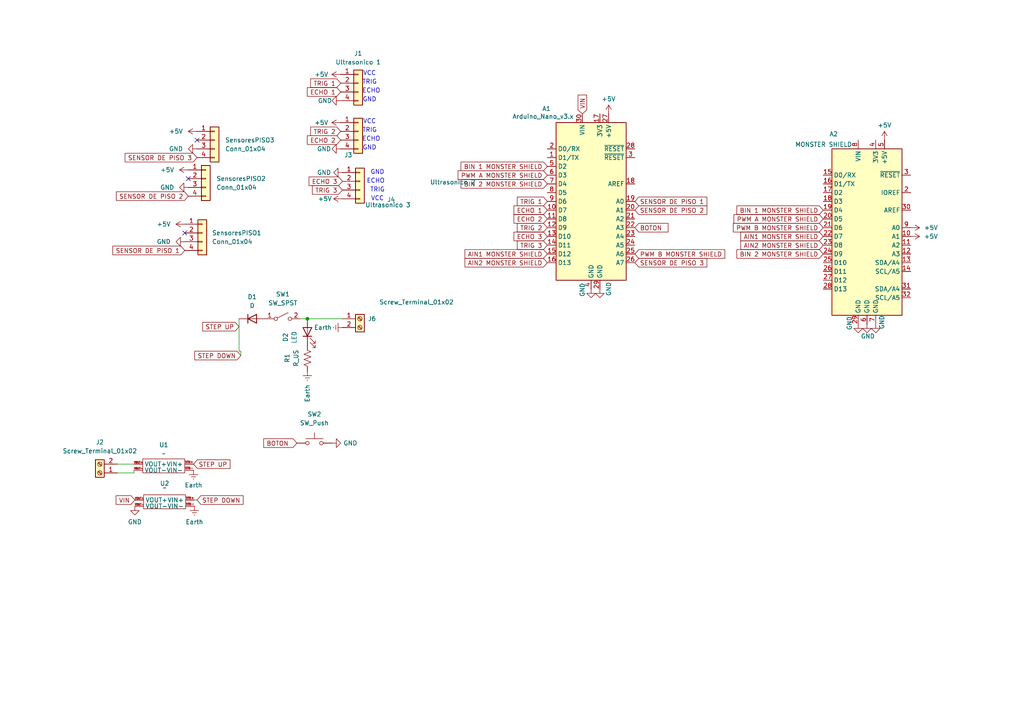
<source format=kicad_sch>
(kicad_sch (version 20231120) (generator "eeschema") (generator_version "8.0")
  (paper "A4")
  (lib_symbols
    (symbol "Conn_01x04_1" (pin_names (offset 1.016) hide)
      (property "Reference" "J" (at 0 5.08 0))
      (property "Value" "Conn_01x04" (at 0 -7.62 0))
      (symbol "Conn_01x04_1_1_1"
        (rectangle (start -1.27 -4.953) (end 0 -5.207) (stroke (width 0.1524)))
        (rectangle (start -1.27 -2.413) (end 0 -2.667) (stroke (width 0.1524)))
        (rectangle (start -1.27 0.127) (end 0 -0.127) (stroke (width 0.1524)))
        (rectangle (start -1.27 2.667) (end 0 2.413) (stroke (width 0.1524)))
        (rectangle (start -1.27 3.81) (end 1.27 -6.35) (stroke (width 0.254)) (fill (type background)))
        (pin passive line (at -5.08 2.54 0) (length 3.81) (name "Pin_1") (number "1"))
        (pin passive line (at -5.08 0 0) (length 3.81) (name "Pin_2") (number "2"))
        (pin passive line (at -5.08 -2.54 0) (length 3.81) (name "Pin_3") (number "3"))
        (pin passive line (at -5.08 -5.08 0) (length 3.81) (name "Pin_4") (number "4"))
      )
    )
    (symbol "Connector:Screw_Terminal_01x02" (pin_names (offset 1.016) hide)
      (property "Reference" "J" (at 0 2.54 0))
      (property "Value" "Screw_Terminal_01x02" (at 0 -5.08 0))
      (symbol "Screw_Terminal_01x02_1_1"
        (rectangle (start -1.27 1.27) (end 1.27 -3.81) (stroke (width 0.254)) (fill (type background)))
        (circle (center 0 -2.54) (radius 0.635) (stroke (width 0.1524)))
        (polyline (pts (xy -0.5334 -2.2098) (xy 0.3302 -3.048)) (stroke (width 0.1524)))
        (polyline (pts (xy -0.5334 0.3302) (xy 0.3302 -0.508)) (stroke (width 0.1524)))
        (polyline (pts (xy -0.3556 -2.032) (xy 0.508 -2.8702)) (stroke (width 0.1524)))
        (polyline (pts (xy -0.3556 0.508) (xy 0.508 -0.3302)) (stroke (width 0.1524)))
        (circle (center 0 0) (radius 0.635) (stroke (width 0.1524)))
        (pin passive line (at -5.08 0 0) (length 3.81) (name "Pin_1") (number "1"))
        (pin passive line (at -5.08 -2.54 0) (length 3.81) (name "Pin_2") (number "2"))
      )
    )
    (symbol "Connector_Generic:Conn_01x04" (pin_names (offset 1.016) hide)
      (property "Reference" "J1" (at -1.016 5.08 0))
      (property "Value" "Ultrasonico" (at -5.842 -7.62 0))
      (symbol "Conn_01x04_1_1"
        (rectangle (start -1.27 -4.953) (end 0 -5.207) (stroke (width 0.1524)))
        (rectangle (start -1.27 -2.413) (end 0 -2.667) (stroke (width 0.1524)))
        (rectangle (start -1.27 0.127) (end 0 -0.127) (stroke (width 0.1524)))
        (rectangle (start -1.27 2.667) (end 0 2.413) (stroke (width 0.1524)))
        (rectangle (start -1.27 3.81) (end 1.27 -6.35) (stroke (width 0.254)) (fill (type background)))
        (pin passive line (at -5.08 2.54 0) (length 3.81) (name "Pin_1") (number "1"))
        (pin passive line (at -5.08 0 0) (length 3.81) (name "Pin_2") (number "2"))
        (pin passive line (at -5.08 -2.54 0) (length 3.81) (name "Pin_3") (number "3"))
        (pin passive line (at -5.08 -5.08 0) (length 3.81) (name "Pin_4") (number "4"))
      )
    )
    (symbol "Device:D" (pin_numbers hide) (pin_names (offset 1.016) hide)
      (property "Reference" "D" (at 0 2.54 0))
      (property "Value" "D" (at 0 -2.54 0))
      (symbol "D_0_1"
        (polyline (pts (xy -1.27 1.27) (xy -1.27 -1.27)) (stroke (width 0.254)))
        (polyline (pts (xy 1.27 0) (xy -1.27 0)))
        (polyline (pts (xy 1.27 1.27) (xy 1.27 -1.27) (xy -1.27 0) (xy 1.27 1.27)) (stroke (width 0.254)))
      )
      (symbol "D_1_1"
        (pin passive line (at -3.81 0 0) (length 2.54) (name "K") (number "1"))
        (pin passive line (at 3.81 0 180) (length 2.54) (name "A") (number "2"))
      )
    )
    (symbol "Device:LED" (pin_numbers hide) (pin_names (offset 1.016) hide)
      (property "Reference" "D" (at 0 2.54 0))
      (property "Value" "LED" (at 0 -2.54 0))
      (symbol "LED_0_1"
        (polyline (pts (xy -1.27 -1.27) (xy -1.27 1.27)) (stroke (width 0.254)))
        (polyline (pts (xy -1.27 0) (xy 1.27 0)))
        (polyline (pts (xy 1.27 -1.27) (xy 1.27 1.27) (xy -1.27 0) (xy 1.27 -1.27)) (stroke (width 0.254)))
        (polyline (pts (xy -3.048 -0.762) (xy -4.572 -2.286) (xy -3.81 -2.286) (xy -4.572 -2.286) (xy -4.572 -1.524)))
        (polyline (pts (xy -1.778 -0.762) (xy -3.302 -2.286) (xy -2.54 -2.286) (xy -3.302 -2.286) (xy -3.302 -1.524)))
      )
      (symbol "LED_1_1"
        (pin passive line (at -3.81 0 0) (length 2.54) (name "K") (number "1"))
        (pin passive line (at 3.81 0 180) (length 2.54) (name "A") (number "2"))
      )
    )
    (symbol "Device:R_US" (pin_numbers hide) (pin_names (offset 0))
      (property "Reference" "R" (at 2.54 0 90))
      (property "Value" "R_US" (at -2.54 0 90))
      (symbol "R_US_0_1"
        (polyline (pts (xy 0 -2.286) (xy 0 -2.54)))
        (polyline (pts (xy 0 2.286) (xy 0 2.54)))
        (polyline (pts (xy 0 -0.762) (xy 1.016 -1.143) (xy 0 -1.524) (xy -1.016 -1.905) (xy 0 -2.286)))
        (polyline (pts (xy 0 0.762) (xy 1.016 0.381) (xy 0 0) (xy -1.016 -0.381) (xy 0 -0.762)))
        (polyline (pts (xy 0 2.286) (xy 1.016 1.905) (xy 0 1.524) (xy -1.016 1.143) (xy 0 0.762)))
      )
      (symbol "R_US_1_1"
        (pin passive line (at 0 3.81 270) (length 1.27) (name "~") (number "1"))
        (pin passive line (at 0 -3.81 90) (length 1.27) (name "~") (number "2"))
      )
    )
    (symbol "MCU_Module:Arduino_Nano_v3.x"
      (property "Reference" "A" (at -10.16 23.495 0))
      (property "Value" "Arduino_Nano_v3.x" (at 5.08 -24.13 0))
      (symbol "Arduino_Nano_v3.x_0_1"
        (rectangle (start -10.16 22.86) (end 10.16 -22.86) (stroke (width 0.254)) (fill (type background)))
      )
      (symbol "Arduino_Nano_v3.x_1_1"
        (pin bidirectional line (at -12.7 12.7 0) (length 2.54) (name "D1/TX") (number "1"))
        (pin bidirectional line (at -12.7 -2.54 0) (length 2.54) (name "D7") (number "10"))
        (pin bidirectional line (at -12.7 -5.08 0) (length 2.54) (name "D8") (number "11"))
        (pin bidirectional line (at -12.7 -7.62 0) (length 2.54) (name "D9") (number "12"))
        (pin bidirectional line (at -12.7 -10.16 0) (length 2.54) (name "D10") (number "13"))
        (pin bidirectional line (at -12.7 -12.7 0) (length 2.54) (name "D11") (number "14"))
        (pin bidirectional line (at -12.7 -15.24 0) (length 2.54) (name "D12") (number "15"))
        (pin bidirectional line (at -12.7 -17.78 0) (length 2.54) (name "D13") (number "16"))
        (pin power_out line (at 2.54 25.4 270) (length 2.54) (name "3V3") (number "17"))
        (pin input line (at 12.7 5.08 180) (length 2.54) (name "AREF") (number "18"))
        (pin bidirectional line (at 12.7 0 180) (length 2.54) (name "A0") (number "19"))
        (pin bidirectional line (at -12.7 15.24 0) (length 2.54) (name "D0/RX") (number "2"))
        (pin bidirectional line (at 12.7 -2.54 180) (length 2.54) (name "A1") (number "20"))
        (pin bidirectional line (at 12.7 -5.08 180) (length 2.54) (name "A2") (number "21"))
        (pin bidirectional line (at 12.7 -7.62 180) (length 2.54) (name "A3") (number "22"))
        (pin bidirectional line (at 12.7 -10.16 180) (length 2.54) (name "A4") (number "23"))
        (pin bidirectional line (at 12.7 -12.7 180) (length 2.54) (name "A5") (number "24"))
        (pin bidirectional line (at 12.7 -15.24 180) (length 2.54) (name "A6") (number "25"))
        (pin bidirectional line (at 12.7 -17.78 180) (length 2.54) (name "A7") (number "26"))
        (pin power_out line (at 5.08 25.4 270) (length 2.54) (name "+5V") (number "27"))
        (pin input line (at 12.7 15.24 180) (length 2.54) (name "~{RESET}") (number "28"))
        (pin power_in line (at 2.54 -25.4 90) (length 2.54) (name "GND") (number "29"))
        (pin input line (at 12.7 12.7 180) (length 2.54) (name "~{RESET}") (number "3"))
        (pin power_in line (at -2.54 25.4 270) (length 2.54) (name "VIN") (number "30"))
        (pin power_in line (at 0 -25.4 90) (length 2.54) (name "GND") (number "4"))
        (pin bidirectional line (at -12.7 10.16 0) (length 2.54) (name "D2") (number "5"))
        (pin bidirectional line (at -12.7 7.62 0) (length 2.54) (name "D3") (number "6"))
        (pin bidirectional line (at -12.7 5.08 0) (length 2.54) (name "D4") (number "7"))
        (pin bidirectional line (at -12.7 2.54 0) (length 2.54) (name "D5") (number "8"))
        (pin bidirectional line (at -12.7 0 0) (length 2.54) (name "D6") (number "9"))
      )
    )
    (symbol "MCU_Module:Arduino_UNO_R3"
      (property "Reference" "A" (at -10.16 23.495 0))
      (property "Value" "Arduino_UNO_R3" (at 5.08 -26.67 0))
      (symbol "Arduino_UNO_R3_0_1"
        (rectangle (start -10.16 22.86) (end 10.16 -25.4) (stroke (width 0.254)) (fill (type background)))
      )
      (symbol "Arduino_UNO_R3_1_1"
        (pin no_connect line (at -10.16 -20.32 0) (length 2.54) hide (name "NC") (number "1"))
        (pin bidirectional line (at 12.7 -2.54 180) (length 2.54) (name "A1") (number "10"))
        (pin bidirectional line (at 12.7 -5.08 180) (length 2.54) (name "A2") (number "11"))
        (pin bidirectional line (at 12.7 -7.62 180) (length 2.54) (name "A3") (number "12"))
        (pin bidirectional line (at 12.7 -10.16 180) (length 2.54) (name "SDA/A4") (number "13"))
        (pin bidirectional line (at 12.7 -12.7 180) (length 2.54) (name "SCL/A5") (number "14"))
        (pin bidirectional line (at -12.7 15.24 0) (length 2.54) (name "D0/RX") (number "15"))
        (pin bidirectional line (at -12.7 12.7 0) (length 2.54) (name "D1/TX") (number "16"))
        (pin bidirectional line (at -12.7 10.16 0) (length 2.54) (name "D2") (number "17"))
        (pin bidirectional line (at -12.7 7.62 0) (length 2.54) (name "D3") (number "18"))
        (pin bidirectional line (at -12.7 5.08 0) (length 2.54) (name "D4") (number "19"))
        (pin output line (at 12.7 10.16 180) (length 2.54) (name "IOREF") (number "2"))
        (pin bidirectional line (at -12.7 2.54 0) (length 2.54) (name "D5") (number "20"))
        (pin bidirectional line (at -12.7 0 0) (length 2.54) (name "D6") (number "21"))
        (pin bidirectional line (at -12.7 -2.54 0) (length 2.54) (name "D7") (number "22"))
        (pin bidirectional line (at -12.7 -5.08 0) (length 2.54) (name "D8") (number "23"))
        (pin bidirectional line (at -12.7 -7.62 0) (length 2.54) (name "D9") (number "24"))
        (pin bidirectional line (at -12.7 -10.16 0) (length 2.54) (name "D10") (number "25"))
        (pin bidirectional line (at -12.7 -12.7 0) (length 2.54) (name "D11") (number "26"))
        (pin bidirectional line (at -12.7 -15.24 0) (length 2.54) (name "D12") (number "27"))
        (pin bidirectional line (at -12.7 -17.78 0) (length 2.54) (name "D13") (number "28"))
        (pin power_in line (at -2.54 -27.94 90) (length 2.54) (name "GND") (number "29"))
        (pin input line (at 12.7 15.24 180) (length 2.54) (name "~{RESET}") (number "3"))
        (pin input line (at 12.7 5.08 180) (length 2.54) (name "AREF") (number "30"))
        (pin bidirectional line (at 12.7 -17.78 180) (length 2.54) (name "SDA/A4") (number "31"))
        (pin bidirectional line (at 12.7 -20.32 180) (length 2.54) (name "SCL/A5") (number "32"))
        (pin power_out line (at 2.54 25.4 270) (length 2.54) (name "3V3") (number "4"))
        (pin power_out line (at 5.08 25.4 270) (length 2.54) (name "+5V") (number "5"))
        (pin power_in line (at 0 -27.94 90) (length 2.54) (name "GND") (number "6"))
        (pin power_in line (at 2.54 -27.94 90) (length 2.54) (name "GND") (number "7"))
        (pin power_in line (at -2.54 25.4 270) (length 2.54) (name "VIN") (number "8"))
        (pin bidirectional line (at 12.7 0 180) (length 2.54) (name "A0") (number "9"))
      )
    )
    (symbol "Mt3608:LM2596"
      (property "Reference" "U" (at 0 3.81 0))
      (symbol "LM2596_0_1"
        (rectangle (start -6.096 2.794) (end 6.096 -1.27))
      )
      (symbol "LM2596_1_1"
        (pin input line (at 8.636 1.27 180) (length 2.54) (name "VIN+") (number "VIN+"))
        (pin input line (at 8.636 -0.508 180) (length 2.54) (name "VIN-") (number "VIN-"))
        (pin input line (at -8.636 1.27 0) (length 2.54) (name "VOUT+") (number "VOUT+"))
        (pin input line (at -8.636 -0.508 0) (length 2.54) (name "VOUT-") (number "VOUT-"))
      )
    )
    (symbol "Mt3608:mt3608"
      (property "Reference" "U" (at 0 0 0))
      (symbol "mt3608_0_1"
        (rectangle (start -5.08 -1.016) (end 7.112 -5.08))
      )
      (symbol "mt3608_1_1"
        (pin input line (at 9.652 -2.54 180) (length 2.54) (name "VIN+") (number "VIN+"))
        (pin input line (at 9.652 -4.318 180) (length 2.54) (name "VIN-") (number "VIN-"))
        (pin input line (at -7.62 -2.54 0) (length 2.54) (name "VOUT+") (number "VOUT+"))
        (pin input line (at -7.62 -4.318 0) (length 2.54) (name "VOUT-") (number "VOUT-"))
      )
    )
    (symbol "Switch:SW_Push" (pin_numbers hide) (pin_names (offset 1.016) hide)
      (property "Reference" "SW" (at 1.27 2.54 0))
      (property "Value" "SW_Push" (at 0 -1.524 0))
      (symbol "SW_Push_0_1"
        (circle (center -2.032 0) (radius 0.508))
        (polyline (pts (xy 0 1.27) (xy 0 3.048)))
        (polyline (pts (xy 2.54 1.27) (xy -2.54 1.27)))
        (circle (center 2.032 0) (radius 0.508))
        (pin passive line (at -5.08 0 0) (length 2.54) (name "1") (number "1"))
        (pin passive line (at 5.08 0 180) (length 2.54) (name "2") (number "2"))
      )
    )
    (symbol "Switch:SW_SPST" (pin_names (offset 0) hide)
      (property "Reference" "SW" (at 0 3.175 0))
      (property "Value" "SW_SPST" (at 0 -2.54 0))
      (symbol "SW_SPST_0_0"
        (circle (center -2.032 0) (radius 0.508))
        (polyline (pts (xy -1.524 0.254) (xy 1.524 1.778)))
        (circle (center 2.032 0) (radius 0.508))
      )
      (symbol "SW_SPST_1_1"
        (pin passive line (at -5.08 0 0) (length 2.54) (name "A") (number "1"))
        (pin passive line (at 5.08 0 180) (length 2.54) (name "B") (number "2"))
      )
    )
    (symbol "power:+5V" (power) (pin_numbers hide) (pin_names (offset 0) hide)
      (property "Value" "+5V" (at 0 3.556 0))
      (symbol "+5V_0_1"
        (polyline (pts (xy -0.762 1.27) (xy 0 2.54)))
        (polyline (pts (xy 0 0) (xy 0 2.54)))
        (polyline (pts (xy 0 2.54) (xy 0.762 1.27)))
      )
      (symbol "+5V_1_1"
        (pin power_in line (at 0 0 90) (length 0) (name "~") (number "1"))
      )
    )
    (symbol "power:Earth" (power) (pin_numbers hide) (pin_names (offset 0) hide)
      (property "Value" "Earth" (at 0 -3.81 0))
      (symbol "Earth_0_1"
        (polyline (pts (xy -0.635 -1.905) (xy 0.635 -1.905)))
        (polyline (pts (xy -0.127 -2.54) (xy 0.127 -2.54)))
        (polyline (pts (xy 0 -1.27) (xy 0 0)))
        (polyline (pts (xy 1.27 -1.27) (xy -1.27 -1.27)))
      )
      (symbol "Earth_1_1"
        (pin power_in line (at 0 0 270) (length 0) (name "~") (number "1"))
      )
    )
    (symbol "power:GND" (power) (pin_numbers hide) (pin_names (offset 0) hide)
      (property "Value" "GND" (at 0 -3.81 0))
      (symbol "GND_0_1"
        (polyline (pts (xy 0 0) (xy 0 -1.27) (xy 1.27 -1.27) (xy 0 -2.54) (xy -1.27 -1.27) (xy 0 -1.27)))
      )
      (symbol "GND_1_1"
        (pin power_in line (at 0 0 270) (length 0) (name "~") (number "1"))
      )
    )
  )
  (junction (at 89.154 92.456))
  (no_connect (at 54.61 51.816))
  (no_connect (at 53.594 67.564))
  (no_connect (at 57.15 40.64))
  (wire (pts (xy 38.862 136.398) (xy 38.862 137.16)))
  (wire (pts (xy 69.342 101.854) (xy 69.342 92.456)))
  (wire (pts (xy 57.15 145.034) (xy 56.388 145.034)))
  (wire (pts (xy 38.862 137.16) (xy 34.036 137.16)))
  (wire (pts (xy 69.85 101.854) (xy 69.85 103.124)))
  (wire (pts (xy 89.154 92.456) (xy 99.314 92.456)))
  (wire (pts (xy 34.036 134.62) (xy 38.862 134.62)))
  (wire (pts (xy 69.85 101.854) (xy 69.342 101.854)))
  (wire (pts (xy 87.122 92.456) (xy 89.154 92.456)))
  (text "ECHO" (at 108.966 52.578 0) (effects (font (size 1.27 1.27))))
  (text "TRIG" (at 107.188 23.876 0) (effects (font (size 1.27 1.27))))
  (text "GND" (at 109.474 50.038 0) (effects (font (size 1.27 1.27))))
  (text "VCC\n" (at 107.188 21.336 0) (effects (font (size 1.27 1.27))))
  (text "VCC\n" (at 109.474 57.658 0) (effects (font (size 1.27 1.27))))
  (text "TRIG" (at 107.188 37.846 0) (effects (font (size 1.27 1.27))))
  (text "ECHO" (at 107.696 40.386 0) (effects (font (size 1.27 1.27))))
  (text "TRIG" (at 109.474 55.118 0) (effects (font (size 1.27 1.27))))
  (text "ECHO" (at 107.696 26.416 0) (effects (font (size 1.27 1.27))))
  (text "GND" (at 107.188 28.956 0) (effects (font (size 1.27 1.27))))
  (text "VCC\n" (at 107.188 35.306 0) (effects (font (size 1.27 1.27))))
  (text "GND" (at 107.188 42.926 0) (effects (font (size 1.27 1.27))))
  (global_label "TRIG 3" (shape input) (at 99.314 55.118 180) (property "Intersheetrefs" "${INTERSHEET_REFS}" (effects (hide yes))))
  (global_label "SENSOR DE PISO 3" (shape input) (at 57.15 45.72 180) (property "Intersheetrefs" "${INTERSHEET_REFS}" (effects (hide yes))))
  (global_label "TRIG 3" (shape input) (at 158.75 71.12 180) (property "Intersheetrefs" "${INTERSHEET_REFS}" (effects (hide yes))))
  (global_label "TRIG 1" (shape input) (at 158.75 58.42 180) (property "Intersheetrefs" "${INTERSHEET_REFS}" (effects (hide yes))))
  (global_label "BIN 1 MONSTER SHIELD" (shape input) (at 238.76 60.96 180) (property "Intersheetrefs" "${INTERSHEET_REFS}" (effects (hide yes))))
  (global_label "BIN 2 MONSTER SHIELD" (shape input) (at 158.75 53.34 180) (property "Intersheetrefs" "${INTERSHEET_REFS}" (effects (hide yes))))
  (global_label "ECHO 2" (shape input) (at 158.75 63.5 180) (property "Intersheetrefs" "${INTERSHEET_REFS}" (effects (hide yes))))
  (global_label "SENSOR DE PISO 2" (shape input) (at 184.15 60.96 0) (property "Intersheetrefs" "${INTERSHEET_REFS}" (effects (hide yes))))
  (global_label "VIN" (shape input) (at 168.91 33.02 90) (property "Intersheetrefs" "${INTERSHEET_REFS}" (effects (hide yes))))
  (global_label "STEP DOWN" (shape input) (at 69.85 103.124 180) (property "Intersheetrefs" "${INTERSHEET_REFS}" (effects (hide yes))))
  (global_label "SENSOR DE PISO 1" (shape input) (at 53.594 72.644 180) (property "Intersheetrefs" "${INTERSHEET_REFS}" (effects (hide yes))))
  (global_label "VIN" (shape input) (at 39.116 145.034 180) (property "Intersheetrefs" "${INTERSHEET_REFS}" (effects (hide yes))))
  (global_label "PWM A MONSTER SHIELD" (shape input) (at 238.76 63.5 180) (property "Intersheetrefs" "${INTERSHEET_REFS}" (effects (hide yes))))
  (global_label "BOTON " (shape input) (at 86.106 128.524 180) (property "Intersheetrefs" "${INTERSHEET_REFS}" (effects (hide yes))))
  (global_label "ECHO 3" (shape input) (at 99.314 52.578 180) (property "Intersheetrefs" "${INTERSHEET_REFS}" (effects (hide yes))))
  (global_label "SENSOR DE PISO 2" (shape input) (at 54.61 56.896 180) (property "Intersheetrefs" "${INTERSHEET_REFS}" (effects (hide yes))))
  (global_label "ECHO 1" (shape input) (at 158.75 60.96 180) (property "Intersheetrefs" "${INTERSHEET_REFS}" (effects (hide yes))))
  (global_label "AIN1 MONSTER SHIELD" (shape input) (at 158.75 73.66 180) (property "Intersheetrefs" "${INTERSHEET_REFS}" (effects (hide yes))))
  (global_label "ECHO 2" (shape input) (at 98.806 40.64 180) (property "Intersheetrefs" "${INTERSHEET_REFS}" (effects (hide yes))))
  (global_label "STEP UP" (shape input) (at 69.342 94.742 180) (property "Intersheetrefs" "${INTERSHEET_REFS}" (effects (hide yes))))
  (global_label "TRIG 2" (shape input) (at 158.75 66.04 180) (property "Intersheetrefs" "${INTERSHEET_REFS}" (effects (hide yes))))
  (global_label "ECHO 1" (shape input) (at 98.806 26.67 180) (property "Intersheetrefs" "${INTERSHEET_REFS}" (effects (hide yes))))
  (global_label "PWM B MONSTER SHIELD" (shape input) (at 238.76 66.04 180) (property "Intersheetrefs" "${INTERSHEET_REFS}" (effects (hide yes))))
  (global_label "TRIG 2" (shape input) (at 98.806 38.1 180) (property "Intersheetrefs" "${INTERSHEET_REFS}" (effects (hide yes))))
  (global_label "AIN1 MONSTER SHIELD" (shape input) (at 238.76 68.58 180) (property "Intersheetrefs" "${INTERSHEET_REFS}" (effects (hide yes))))
  (global_label "TRIG 1" (shape input) (at 98.806 24.13 180) (property "Intersheetrefs" "${INTERSHEET_REFS}" (effects (hide yes))))
  (global_label "BOTON " (shape input) (at 184.15 66.04 0) (property "Intersheetrefs" "${INTERSHEET_REFS}" (effects (hide yes))))
  (global_label "PWM B MONSTER SHIELD" (shape input) (at 184.15 73.66 0) (property "Intersheetrefs" "${INTERSHEET_REFS}" (effects (hide yes))))
  (global_label "STEP DOWN" (shape input) (at 57.15 145.034 0) (property "Intersheetrefs" "${INTERSHEET_REFS}" (effects (hide yes))))
  (global_label "STEP UP" (shape input) (at 56.134 134.62 0) (property "Intersheetrefs" "${INTERSHEET_REFS}" (effects (hide yes))))
  (global_label "SENSOR DE PISO 1" (shape input) (at 184.15 58.42 0) (property "Intersheetrefs" "${INTERSHEET_REFS}" (effects (hide yes))))
  (global_label "BIN 1 MONSTER SHIELD" (shape input) (at 158.75 48.26 180) (property "Intersheetrefs" "${INTERSHEET_REFS}" (effects (hide yes))))
  (global_label "PWM A MONSTER SHIELD" (shape input) (at 158.75 50.8 180) (property "Intersheetrefs" "${INTERSHEET_REFS}" (effects (hide yes))))
  (global_label "AIN2 MONSTER SHIELD" (shape input) (at 158.75 76.2 180) (property "Intersheetrefs" "${INTERSHEET_REFS}" (effects (hide yes))))
  (global_label "SENSOR DE PISO 3" (shape input) (at 184.15 76.2 0) (property "Intersheetrefs" "${INTERSHEET_REFS}" (effects (hide yes))))
  (global_label "AIN2 MONSTER SHIELD" (shape input) (at 238.76 71.12 180) (property "Intersheetrefs" "${INTERSHEET_REFS}" (effects (hide yes))))
  (global_label "BIN 2 MONSTER SHIELD" (shape input) (at 238.76 73.66 180) (property "Intersheetrefs" "${INTERSHEET_REFS}" (effects (hide yes))))
  (global_label "ECHO 3" (shape input) (at 158.75 68.58 180) (property "Intersheetrefs" "${INTERSHEET_REFS}" (effects (hide yes))))
  (symbol (lib_id "Connector_Generic:Conn_01x04") (at 103.886 24.13 0) (unit 1)
    (property "Reference" "J1" (at 103.886 15.494 0))
    (property "Value" "Ultrasonico 1" (at 103.886 18.034 0))
    (property "Footprint" "Connector_PinHeader_2.54mm:PinHeader_1x04_P2.54mm_Vertical" (effects (hide yes)))
    (property "Description" "Generic connector, single row, 01x04, script generated (kicad-library-utils/schlib/autogen/connector/)" (effects (hide yes)))
  )
  (symbol (lib_id "power:Earth") (at 99.314 94.996 270) (unit 1)
    (property "Reference" "#PWR02" (effects (hide yes)))
    (property "Value" "Earth" (at 96.266 94.996 90) (effects (justify right)))
    (property "Description" "Power symbol creates a global label with name \"Earth\"" (effects (hide yes)))
  )
  (symbol (lib_id "power:+5V") (at 176.53 33.02 0) (unit 1)
    (property "Reference" "#PWR05" (effects (hide yes)))
    (property "Value" "+5V" (at 176.53 28.702 0))
    (property "Description" "Power symbol creates a global label with name \"+5V\"" (effects (hide yes)))
  )
  (symbol (lib_id "power:GND") (at 54.61 54.356 270) (unit 1)
    (property "Reference" "#PWR028" (effects (hide yes)))
    (property "Value" "GND" (at 50.546 54.3559 90) (effects (justify right)))
    (property "Description" "Power symbol creates a global label with name \"GND\" , ground" (effects (hide yes)))
  )
  (symbol (lib_id "power:+5V") (at 264.16 66.04 270) (unit 1)
    (property "Reference" "#PWR019" (effects (hide yes)))
    (property "Value" "+5V" (at 267.97 66.0399 90) (effects (justify left)))
    (property "Description" "Power symbol creates a global label with name \"+5V\"" (effects (hide yes)))
  )
  (symbol (lib_id "power:Earth") (at 89.154 107.696 0) (unit 1)
    (property "Reference" "#PWR01" (effects (hide yes)))
    (property "Value" "Earth" (at 89.154 111.506 90) (effects (justify right)))
    (property "Description" "Power symbol creates a global label with name \"Earth\"" (effects (hide yes)))
  )
  (symbol (lib_id "power:GND") (at 98.806 43.18 270) (unit 1)
    (property "Reference" "#PWR013" (effects (hide yes)))
    (property "Value" "GND" (at 93.98 43.18 90))
    (property "Description" "Power symbol creates a global label with name \"GND\" , ground" (effects (hide yes)))
  )
  (symbol (lib_id "power:GND") (at 53.594 70.104 270) (unit 1)
    (property "Reference" "#PWR030" (effects (hide yes)))
    (property "Value" "GND" (at 49.53 70.1039 90) (effects (justify right)))
    (property "Description" "Power symbol creates a global label with name \"GND\" , ground" (effects (hide yes)))
  )
  (symbol (lib_id "power:GND") (at 248.92 93.98 0) (unit 1)
    (property "Reference" "#PWR07" (effects (hide yes)))
    (property "Value" "GND" (at 246.38 93.726 90))
    (property "Description" "Power symbol creates a global label with name \"GND\" , ground" (effects (hide yes)))
  )
  (symbol (lib_id "power:GND") (at 57.15 43.18 270) (unit 1)
    (property "Reference" "#PWR017" (effects (hide yes)))
    (property "Value" "GND" (at 53.086 43.1799 90) (effects (justify right)))
    (property "Description" "Power symbol creates a global label with name \"GND\" , ground" (effects (hide yes)))
  )
  (symbol (lib_id "power:+5V") (at 98.806 21.59 90) (unit 1)
    (property "Reference" "#PWR016" (effects (hide yes)))
    (property "Value" "+5V" (at 95.25 21.5899 90) (effects (justify left)))
    (property "Description" "Power symbol creates a global label with name \"+5V\"" (effects (hide yes)))
  )
  (symbol (lib_id "Device:LED") (at 89.154 96.266 90) (unit 1)
    (property "Reference" "D2" (at 82.804 97.8535 0))
    (property "Value" "LED" (at 85.344 97.8535 0))
    (property "Footprint" "Connector_PinHeader_2.54mm:PinHeader_1x02_P2.54mm_Vertical" (effects (hide yes)))
    (property "Description" "Light emitting diode" (effects (hide yes)))
  )
  (symbol (lib_id "power:+5V") (at 98.806 35.56 90) (unit 1)
    (property "Reference" "#PWR015" (effects (hide yes)))
    (property "Value" "+5V" (at 95.25 35.5599 90) (effects (justify left)))
    (property "Description" "Power symbol creates a global label with name \"+5V\"" (effects (hide yes)))
  )
  (symbol (lib_id "Device:R_US") (at 89.154 103.886 180) (unit 1)
    (property "Reference" "R1" (at 83.312 103.886 90))
    (property "Value" "R_US" (at 85.852 103.886 90))
    (property "Footprint" "Resistor_THT:R_Axial_DIN0207_L6.3mm_D2.5mm_P10.16mm_Horizontal" (effects (hide yes)))
    (property "Description" "Resistor, US symbol" (effects (hide yes)))
  )
  (symbol (lib_id "Mt3608:LM2596") (at 47.752 146.304 0) (unit 1)
    (property "Reference" "U2" (at 47.752 140.208 0))
    (property "Value" "~" (at 47.752 141.478 0))
    (property "Footprint" "Step Down:Step Down" (effects (hide yes)))
  )
  (symbol (lib_id "Connector_Generic:Conn_01x04") (at 103.886 38.1 0) (unit 1)
    (property "Reference" "J3" (at 99.822 44.958 0) (effects (justify left)))
    (property "Value" "Ultrasonico 2" (at 124.714 52.832 0) (effects (justify left)))
    (property "Footprint" "Connector_PinHeader_2.54mm:PinHeader_1x04_P2.54mm_Vertical" (effects (hide yes)))
    (property "Description" "Generic connector, single row, 01x04, script generated (kicad-library-utils/schlib/autogen/connector/)" (effects (hide yes)))
  )
  (symbol (lib_id "power:+5V") (at 99.314 57.658 90) (mirror x) (unit 1)
    (property "Reference" "#PWR010" (effects (hide yes)))
    (property "Value" "+5V" (at 96.266 57.658 90) (effects (justify left)))
    (property "Description" "Power symbol creates a global label with name \"+5V\"" (effects (hide yes)))
  )
  (symbol (lib_id "power:GND") (at 98.806 29.21 270) (unit 1)
    (property "Reference" "#PWR014" (effects (hide yes)))
    (property "Value" "GND" (at 94.234 29.21 90))
    (property "Description" "Power symbol creates a global label with name \"GND\" , ground" (effects (hide yes)))
  )
  (symbol (lib_id "power:GND") (at 99.314 50.038 270) (mirror x) (unit 1)
    (property "Reference" "#PWR012" (effects (hide yes)))
    (property "Value" "GND" (at 93.98 50.038 90))
    (property "Description" "Power symbol creates a global label with name \"GND\" , ground" (effects (hide yes)))
  )
  (symbol (lib_id "power:GND") (at 39.116 146.812 0) (unit 1)
    (property "Reference" "#PWR021" (effects (hide yes)))
    (property "Value" "GND" (at 39.116 151.384 0))
    (property "Description" "Power symbol creates a global label with name \"GND\" , ground" (effects (hide yes)))
  )
  (symbol (lib_name "Conn_01x04_1") (lib_id "Connector_Generic:Conn_01x04") (at 62.23 40.64 0) (unit 1)
    (property "Reference" "SensoresPISO3" (at 65.278 40.6399 0) (effects (justify left)))
    (property "Value" "Conn_01x04" (at 65.278 43.1799 0) (effects (justify left)))
    (property "Footprint" "Connector_PinSocket_2.54mm:PinSocket_1x04_P2.54mm_Vertical" (effects (hide yes)))
    (property "Description" "Generic connector, single row, 01x04, script generated (kicad-library-utils/schlib/autogen/connector/)" (effects (hide yes)))
  )
  (symbol (lib_id "Mt3608:mt3608") (at 46.482 132.08 0) (unit 1)
    (property "Reference" "U1" (at 47.498 129.032 0))
    (property "Value" "~" (at 47.498 131.572 0))
  )
  (symbol (lib_id "Switch:SW_Push") (at 91.186 128.524 0) (unit 1)
    (property "Reference" "SW2" (at 91.186 120.142 0))
    (property "Value" "SW_Push" (at 91.186 122.682 0))
    (property "Footprint" "Connector_PinHeader_2.54mm:PinHeader_1x02_P2.54mm_Vertical" (effects (hide yes)))
    (property "Description" "Push button switch, generic, two pins" (effects (hide yes)))
  )
  (symbol (lib_id "Switch:SW_SPST") (at 82.042 92.456 0) (unit 1)
    (property "Reference" "SW1" (at 82.042 85.344 0))
    (property "Value" "SW_SPST" (at 82.042 87.884 0))
    (property "Footprint" "Connector_PinHeader_2.54mm:PinHeader_1x02_P2.54mm_Vertical" (effects (hide yes)))
    (property "Description" "Single Pole Single Throw (SPST) switch" (effects (hide yes)))
  )
  (symbol (lib_id "power:GND") (at 251.46 93.98 0) (unit 1)
    (property "Reference" "#PWR08" (effects (hide yes)))
    (property "Value" "GND" (at 251.714 97.536 0))
    (property "Description" "Power symbol creates a global label with name \"GND\" , ground" (effects (hide yes)))
  )
  (symbol (lib_id "Device:D") (at 73.152 92.456 0) (unit 1)
    (property "Reference" "D1" (at 73.152 86.106 0))
    (property "Value" "D" (at 73.152 88.646 0))
    (property "Description" "Diode" (effects (hide yes)))
    (property "Sim.Device" "D" (effects (hide yes)))
    (property "Sim.Pins" "1=K 2=A" (effects (hide yes)))
  )
  (symbol (lib_id "Connector:Screw_Terminal_01x02") (at 104.394 92.456 0) (unit 1)
    (property "Reference" "J6" (at 106.68 92.4559 0) (effects (justify left)))
    (property "Value" "Screw_Terminal_01x02" (at 109.982 87.6299 0) (effects (justify left)))
    (property "Description" "Generic screw terminal, single row, 01x02, script generated (kicad-library-utils/schlib/autogen/connector/)" (effects (hide yes)))
  )
  (symbol (lib_id "power:GND") (at 173.99 83.82 0) (unit 1)
    (property "Reference" "#PWR04" (effects (hide yes)))
    (property "Value" "GND" (at 176.53 83.82 90))
    (property "Description" "Power symbol creates a global label with name \"GND\" , ground" (effects (hide yes)))
  )
  (symbol (lib_id "power:+5V") (at 54.61 49.276 90) (unit 1)
    (property "Reference" "#PWR027" (effects (hide yes)))
    (property "Value" "+5V" (at 50.546 49.2759 90) (effects (justify left)))
    (property "Description" "Power symbol creates a global label with name \"+5V\"" (effects (hide yes)))
  )
  (symbol (lib_id "power:GND") (at 171.45 83.82 0) (unit 1)
    (property "Reference" "#PWR03" (effects (hide yes)))
    (property "Value" "GND" (at 168.91 84.074 90))
    (property "Description" "Power symbol creates a global label with name \"GND\" , ground" (effects (hide yes)))
  )
  (symbol (lib_id "Connector:Screw_Terminal_01x02") (at 28.956 137.16 180) (unit 1)
    (property "Reference" "J2" (at 28.956 128.27 0))
    (property "Value" "Screw_Terminal_01x02" (at 28.956 130.81 0))
    (property "Description" "Generic screw terminal, single row, 01x02, script generated (kicad-library-utils/schlib/autogen/connector/)" (effects (hide yes)))
  )
  (symbol (lib_id "power:GND") (at 254 93.98 0) (unit 1)
    (property "Reference" "#PWR09" (effects (hide yes)))
    (property "Value" "GND" (at 255.778 93.472 90))
    (property "Description" "Power symbol creates a global label with name \"GND\" , ground" (effects (hide yes)))
  )
  (symbol (lib_id "Connector_Generic:Conn_01x04") (at 104.394 52.578 0) (unit 1)
    (property "Reference" "J4" (at 112.268 57.912 0) (effects (justify left)))
    (property "Value" "Ultrasonico 3" (at 105.918 59.436 0) (effects (justify left)))
    (property "Footprint" "Connector_PinHeader_2.54mm:PinHeader_1x04_P2.54mm_Vertical" (effects (hide yes)))
    (property "Description" "Generic connector, single row, 01x04, script generated (kicad-library-utils/schlib/autogen/connector/)" (effects (hide yes)))
  )
  (symbol (lib_name "Conn_01x04_1") (lib_id "Connector_Generic:Conn_01x04") (at 59.69 51.816 0) (unit 1)
    (property "Reference" "SensoresPISO2" (at 62.738 51.8159 0) (effects (justify left)))
    (property "Value" "Conn_01x04" (at 62.738 54.3559 0) (effects (justify left)))
    (property "Footprint" "Connector_PinSocket_2.54mm:PinSocket_1x04_P2.54mm_Vertical" (effects (hide yes)))
    (property "Description" "Generic connector, single row, 01x04, script generated (kicad-library-utils/schlib/autogen/connector/)" (effects (hide yes)))
  )
  (symbol (lib_id "MCU_Module:Arduino_Nano_v3.x") (at 171.45 58.42 0) (unit 1)
    (property "Reference" "A1" (at 157.226 31.496 0) (effects (justify left)))
    (property "Value" "Arduino_Nano_v3.x" (at 148.59 33.782 0) (effects (justify left)))
    (property "Footprint" "Module:Arduino_Nano" (effects (hide yes)))
    (property "Datasheet" "http://www.mouser.com/pdfdocs/Gravitech_Arduino_Nano3_0.pdf" (effects (hide yes)))
    (property "Description" "Arduino Nano v3.x" (effects (hide yes)))
  )
  (symbol (lib_id "power:+5V") (at 53.594 65.024 90) (unit 1)
    (property "Reference" "#PWR029" (effects (hide yes)))
    (property "Value" "+5V" (at 49.53 65.0239 90) (effects (justify left)))
    (property "Description" "Power symbol creates a global label with name \"+5V\"" (effects (hide yes)))
  )
  (symbol (lib_name "Conn_01x04_1") (lib_id "Connector_Generic:Conn_01x04") (at 58.674 67.564 0) (unit 1)
    (property "Reference" "SensoresPISO1" (at 61.468 67.5639 0) (effects (justify left)))
    (property "Value" "Conn_01x04" (at 61.468 70.1039 0) (effects (justify left)))
    (property "Footprint" "Connector_PinSocket_2.54mm:PinSocket_1x04_P2.54mm_Vertical" (effects (hide yes)))
    (property "Description" "Generic connector, single row, 01x04, script generated (kicad-library-utils/schlib/autogen/connector/)" (effects (hide yes)))
  )
  (symbol (lib_id "MCU_Module:Arduino_UNO_R3") (at 251.46 66.04 0) (unit 1)
    (property "Reference" "A2" (at 240.538 38.862 0) (effects (justify left)))
    (property "Value" "MONSTER SHIELD" (at 230.632 41.91 0) (effects (justify left)))
    (property "Footprint" "Module:Arduino_UNO_R3" (effects (hide yes)))
    (property "Datasheet" "https://www.arduino.cc/en/Main/arduinoBoardUno" (effects (hide yes)))
    (property "Description" "Arduino UNO Microcontroller Module, release 3" (effects (hide yes)))
  )
  (symbol (lib_id "power:Earth") (at 56.134 136.398 0) (unit 1)
    (property "Reference" "#PWR020" (effects (hide yes)))
    (property "Value" "Earth" (at 56.134 140.716 0))
    (property "Description" "Power symbol creates a global label with name \"Earth\"" (effects (hide yes)))
  )
  (symbol (lib_id "power:+5V") (at 264.16 68.58 270) (unit 1)
    (property "Reference" "#PWR018" (effects (hide yes)))
    (property "Value" "+5V" (at 267.97 68.5799 90) (effects (justify left)))
    (property "Description" "Power symbol creates a global label with name \"+5V\"" (effects (hide yes)))
  )
  (symbol (lib_id "power:Earth") (at 56.388 146.812 0) (unit 1)
    (property "Reference" "#PWR022" (effects (hide yes)))
    (property "Value" "Earth" (at 56.388 151.384 0))
    (property "Description" "Power symbol creates a global label with name \"Earth\"" (effects (hide yes)))
  )
  (symbol (lib_id "power:+5V") (at 57.15 38.1 90) (unit 1)
    (property "Reference" "#PWR011" (effects (hide yes)))
    (property "Value" "+5V" (at 53.086 38.0999 90) (effects (justify left)))
    (property "Description" "Power symbol creates a global label with name \"+5V\"" (effects (hide yes)))
  )
  (symbol (lib_id "power:+5V") (at 256.54 40.64 0) (unit 1)
    (property "Reference" "#PWR06" (effects (hide yes)))
    (property "Value" "+5V" (at 256.54 36.322 0))
    (property "Description" "Power symbol creates a global label with name \"+5V\"" (effects (hide yes)))
  )
  (symbol (lib_id "power:GND") (at 96.266 128.524 90) (unit 1)
    (property "Reference" "#PWR026" (effects (hide yes)))
    (property "Value" "GND" (at 99.568 128.5239 90) (effects (justify right)))
    (property "Description" "Power symbol creates a global label with name \"GND\" , ground" (effects (hide yes)))
  )
)
</source>
